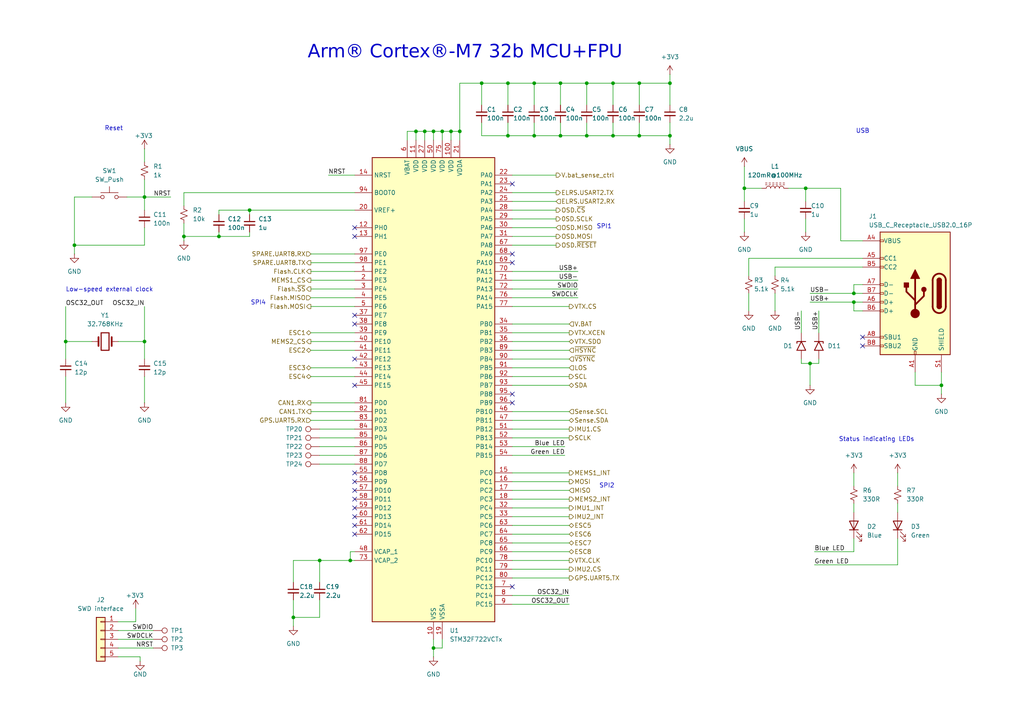
<source format=kicad_sch>
(kicad_sch (version 20250114) (generator "eeschema") (generator_version "9.0")
  (paper "A4")
  (lib_symbols
    (symbol "Connector:TestPoint" (pin_numbers (hide yes)) (pin_names (offset 0.762) (hide yes))
      (property "Reference" "TP" (at 0 6.858 0))
      (property "Value" "TestPoint" (at 0 5.08 0))
      (symbol "TestPoint_1_1"
        (pin passive line (at 0 0 90) (length 2.54) (name "1") (number "1"))
      )
    )
    (symbol "Connector:USB_C_Receptacle_USB2.0_16P" (pin_names (offset 1.016))
      (property "Reference" "J1" (at -11.43 1.2701 0))
      (property "Value" "USB_C_Receptacle_USB2.0_16P" (at -11.43 -1.2699 0))
      (symbol "USB_C_Receptacle_USB2.0_16P_1_1"
        (pin passive line (at -7.62 -22.86 90) (length 5.08) (name "SHIELD") (number "S1"))
        (pin passive line (at 0 -22.86 90) (length 5.08) (name "GND") (number "A1"))
        (pin passive line (at 0 -22.86 90) (length 5.08) (hide yes) (name "GND") (number "B1"))
        (pin passive line (at 15.24 15.24 180) (length 5.08) (name "VBUS") (number "A4"))
        (pin passive line (at 15.24 15.24 180) (length 5.08) (hide yes) (name "VBUS") (number "B4"))
        (pin bidirectional line (at 15.24 10.16 180) (length 5.08) (name "CC1") (number "A5"))
        (pin bidirectional line (at 15.24 7.62 180) (length 5.08) (name "CC2") (number "B5"))
        (pin bidirectional line (at 15.24 2.54 180) (length 5.08) (name "D-") (number "A7"))
        (pin bidirectional line (at 15.24 0 180) (length 5.08) (name "D-") (number "B7"))
        (pin bidirectional line (at 15.24 -2.54 180) (length 5.08) (name "D+") (number "A6"))
        (pin bidirectional line (at 15.24 -5.08 180) (length 5.08) (name "D+") (number "B6"))
        (pin bidirectional line (at 15.24 -12.7 180) (length 5.08) (name "SBU1") (number "A8"))
        (pin bidirectional line (at 15.24 -15.24 180) (length 5.08) (name "SBU2") (number "B8"))
      )
    )
    (symbol "Connector_Generic:Conn_01x05" (pin_names (offset 1.016) (hide yes))
      (property "Reference" "J" (at 0 7.62 0))
      (property "Value" "Conn_01x05" (at 0 -7.62 0))
      (symbol "Conn_01x05_1_1"
        (pin passive line (at -5.08 5.08 0) (length 3.81) (name "Pin_1") (number "1"))
        (pin passive line (at -5.08 2.54 0) (length 3.81) (name "Pin_2") (number "2"))
        (pin passive line (at -5.08 0 0) (length 3.81) (name "Pin_3") (number "3"))
        (pin passive line (at -5.08 -2.54 0) (length 3.81) (name "Pin_4") (number "4"))
        (pin passive line (at -5.08 -5.08 0) (length 3.81) (name "Pin_5") (number "5"))
      )
    )
    (symbol "Device:C_Small" (pin_numbers (hide yes)) (pin_names (offset 0.254) (hide yes))
      (property "Reference" "C" (at 0.254 1.778 0))
      (property "Value" "C_Small" (at 0.254 -2.032 0))
      (symbol "C_Small_1_1"
        (pin passive line (at 0 2.54 270) (length 2.032) (name "~") (number "1"))
        (pin passive line (at 0 -2.54 90) (length 2.032) (name "~") (number "2"))
      )
    )
    (symbol "Device:Crystal" (pin_numbers (hide yes)) (pin_names (offset 1.016) (hide yes))
      (property "Reference" "Y" (at 0 3.81 0))
      (property "Value" "Crystal" (at 0 -3.81 0))
      (symbol "Crystal_1_1"
        (pin passive line (at -3.81 0 0) (length 1.27) (name "1") (number "1"))
        (pin passive line (at 3.81 0 180) (length 1.27) (name "2") (number "2"))
      )
    )
    (symbol "Device:LED" (pin_numbers (hide yes)) (pin_names (offset 1.016) (hide yes))
      (property "Reference" "D" (at 0 2.54 0))
      (property "Value" "LED" (at 0 -2.54 0))
      (symbol "LED_1_1"
        (pin passive line (at -3.81 0 0) (length 2.54) (name "K") (number "1"))
        (pin passive line (at 3.81 0 180) (length 2.54) (name "A") (number "2"))
      )
    )
    (symbol "Device:L_Ferrite" (pin_numbers (hide yes)) (pin_names (offset 1.016) (hide yes))
      (property "Reference" "L" (at -1.27 0 90))
      (property "Value" "L_Ferrite" (at 2.794 0 90))
      (symbol "L_Ferrite_1_1"
        (pin passive line (at 0 3.81 270) (length 1.27) (name "1") (number "1"))
        (pin passive line (at 0 -3.81 90) (length 1.27) (name "2") (number "2"))
      )
    )
    (symbol "Device:R_Small_US" (pin_numbers (hide yes)) (pin_names (offset 0.254) (hide yes))
      (property "Reference" "R" (at 0.762 0.508 0))
      (property "Value" "R_Small_US" (at 0.762 -1.016 0))
      (symbol "R_Small_US_1_1"
        (pin passive line (at 0 2.54 270) (length 1.016) (name "~") (number "1"))
        (pin passive line (at 0 -2.54 90) (length 1.016) (name "~") (number "2"))
      )
    )
    (symbol "Diode:SMAJ78A" (pin_numbers (hide yes)) (pin_names (offset 1.016) (hide yes))
      (property "Reference" "D" (at 0 2.54 0))
      (property "Value" "SMAJ78A" (at 0 -2.54 0))
      (symbol "SMAJ78A_1_1"
        (pin passive line (at -3.81 0 0) (length 2.54) (name "A1") (number "1"))
        (pin passive line (at 3.81 0 180) (length 2.54) (name "A2") (number "2"))
      )
    )
    (symbol "MCU_ST_STM32F7:STM32F722VCTx"
      (property "Reference" "U" (at -17.78 69.85 0))
      (property "Value" "STM32F722VCTx" (at 10.16 69.85 0))
      (symbol "STM32F722VCTx_1_1"
        (pin input line (at -22.86 63.5 0) (length 5.08) (name "NRST") (number "14"))
        (pin input line (at -22.86 58.42 0) (length 5.08) (name "BOOT0") (number "94"))
        (pin input line (at -22.86 53.34 0) (length 5.08) (name "VREF+") (number "20"))
        (pin bidirectional line (at -22.86 48.26 0) (length 5.08) (name "PH0") (number "12"))
        (pin bidirectional line (at -22.86 45.72 0) (length 5.08) (name "PH1") (number "13"))
        (pin bidirectional line (at -22.86 40.64 0) (length 5.08) (name "PE0") (number "97"))
        (pin bidirectional line (at -22.86 38.1 0) (length 5.08) (name "PE1") (number "98"))
        (pin bidirectional line (at -22.86 35.56 0) (length 5.08) (name "PE2") (number "1"))
        (pin bidirectional line (at -22.86 33.02 0) (length 5.08) (name "PE3") (number "2"))
        (pin bidirectional line (at -22.86 30.48 0) (length 5.08) (name "PE4") (number "3"))
        (pin bidirectional line (at -22.86 27.94 0) (length 5.08) (name "PE5") (number "4"))
        (pin bidirectional line (at -22.86 25.4 0) (length 5.08) (name "PE6") (number "5"))
        (pin bidirectional line (at -22.86 22.86 0) (length 5.08) (name "PE7") (number "37"))
        (pin bidirectional line (at -22.86 20.32 0) (length 5.08) (name "PE8") (number "38"))
        (pin bidirectional line (at -22.86 17.78 0) (length 5.08) (name "PE9") (number "39"))
        (pin bidirectional line (at -22.86 15.24 0) (length 5.08) (name "PE10") (number "40"))
        (pin bidirectional line (at -22.86 12.7 0) (length 5.08) (name "PE11") (number "41"))
        (pin bidirectional line (at -22.86 10.16 0) (length 5.08) (name "PE12") (number "42"))
        (pin bidirectional line (at -22.86 7.62 0) (length 5.08) (name "PE13") (number "43"))
        (pin bidirectional line (at -22.86 5.08 0) (length 5.08) (name "PE14") (number "44"))
        (pin bidirectional line (at -22.86 2.54 0) (length 5.08) (name "PE15") (number "45"))
        (pin bidirectional line (at -22.86 -2.54 0) (length 5.08) (name "PD0") (number "81"))
        (pin bidirectional line (at -22.86 -5.08 0) (length 5.08) (name "PD1") (number "82"))
        (pin bidirectional line (at -22.86 -7.62 0) (length 5.08) (name "PD2") (number "83"))
        (pin bidirectional line (at -22.86 -10.16 0) (length 5.08) (name "PD3") (number "84"))
        (pin bidirectional line (at -22.86 -12.7 0) (length 5.08) (name "PD4") (number "85"))
        (pin bidirectional line (at -22.86 -15.24 0) (length 5.08) (name "PD5") (number "86"))
        (pin bidirectional line (at -22.86 -17.78 0) (length 5.08) (name "PD6") (number "87"))
        (pin bidirectional line (at -22.86 -20.32 0) (length 5.08) (name "PD7") (number "88"))
        (pin bidirectional line (at -22.86 -22.86 0) (length 5.08) (name "PD8") (number "55"))
        (pin bidirectional line (at -22.86 -25.4 0) (length 5.08) (name "PD9") (number "56"))
        (pin bidirectional line (at -22.86 -27.94 0) (length 5.08) (name "PD10") (number "57"))
        (pin bidirectional line (at -22.86 -30.48 0) (length 5.08) (name "PD11") (number "58"))
        (pin bidirectional line (at -22.86 -33.02 0) (length 5.08) (name "PD12") (number "59"))
        (pin bidirectional line (at -22.86 -35.56 0) (length 5.08) (name "PD13") (number "60"))
        (pin bidirectional line (at -22.86 -38.1 0) (length 5.08) (name "PD14") (number "61"))
        (pin bidirectional line (at -22.86 -40.64 0) (length 5.08) (name "PD15") (number "62"))
        (pin power_out line (at -22.86 -45.72 0) (length 5.08) (name "VCAP_1") (number "48"))
        (pin power_out line (at -22.86 -48.26 0) (length 5.08) (name "VCAP_2") (number "73"))
        (pin power_in line (at -7.62 73.66 270) (length 5.08) (name "VBAT") (number "6"))
        (pin power_in line (at -5.08 73.66 270) (length 5.08) (name "VDD") (number "11"))
        (pin power_in line (at -2.54 73.66 270) (length 5.08) (name "VDD") (number "27"))
        (pin power_in line (at 0 73.66 270) (length 5.08) (name "VDD") (number "50"))
        (pin power_in line (at 0 -71.12 90) (length 5.08) (name "VSS") (number "10"))
        (pin passive line (at 0 -71.12 90) (length 5.08) (hide yes) (name "VSS") (number "26"))
        (pin passive line (at 0 -71.12 90) (length 5.08) (hide yes) (name "VSS") (number "49"))
        (pin passive line (at 0 -71.12 90) (length 5.08) (hide yes) (name "VSS") (number "74"))
        (pin passive line (at 0 -71.12 90) (length 5.08) (hide yes) (name "VSS") (number "99"))
        (pin power_in line (at 2.54 73.66 270) (length 5.08) (name "VDD") (number "75"))
        (pin power_in line (at 2.54 -71.12 90) (length 5.08) (name "VSSA") (number "19"))
        (pin power_in line (at 5.08 73.66 270) (length 5.08) (name "VDD") (number "100"))
        (pin power_in line (at 7.62 73.66 270) (length 5.08) (name "VDDA") (number "21"))
        (pin bidirectional line (at 22.86 63.5 180) (length 5.08) (name "PA0") (number "22"))
        (pin bidirectional line (at 22.86 60.96 180) (length 5.08) (name "PA1") (number "23"))
        (pin bidirectional line (at 22.86 58.42 180) (length 5.08) (name "PA2") (number "24"))
        (pin bidirectional line (at 22.86 55.88 180) (length 5.08) (name "PA3") (number "25"))
        (pin bidirectional line (at 22.86 53.34 180) (length 5.08) (name "PA4") (number "28"))
        (pin bidirectional line (at 22.86 50.8 180) (length 5.08) (name "PA5") (number "29"))
        (pin bidirectional line (at 22.86 48.26 180) (length 5.08) (name "PA6") (number "30"))
        (pin bidirectional line (at 22.86 45.72 180) (length 5.08) (name "PA7") (number "31"))
        (pin bidirectional line (at 22.86 43.18 180) (length 5.08) (name "PA8") (number "67"))
        (pin bidirectional line (at 22.86 40.64 180) (length 5.08) (name "PA9") (number "68"))
        (pin bidirectional line (at 22.86 38.1 180) (length 5.08) (name "PA10") (number "69"))
        (pin bidirectional line (at 22.86 35.56 180) (length 5.08) (name "PA11") (number "70"))
        (pin bidirectional line (at 22.86 33.02 180) (length 5.08) (name "PA12") (number "71"))
        (pin bidirectional line (at 22.86 30.48 180) (length 5.08) (name "PA13") (number "72"))
        (pin bidirectional line (at 22.86 27.94 180) (length 5.08) (name "PA14") (number "76"))
        (pin bidirectional line (at 22.86 25.4 180) (length 5.08) (name "PA15") (number "77"))
        (pin bidirectional line (at 22.86 20.32 180) (length 5.08) (name "PB0") (number "34"))
        (pin bidirectional line (at 22.86 17.78 180) (length 5.08) (name "PB1") (number "35"))
        (pin bidirectional line (at 22.86 15.24 180) (length 5.08) (name "PB2") (number "36"))
        (pin bidirectional line (at 22.86 12.7 180) (length 5.08) (name "PB3") (number "89"))
        (pin bidirectional line (at 22.86 10.16 180) (length 5.08) (name "PB4") (number "90"))
        (pin bidirectional line (at 22.86 7.62 180) (length 5.08) (name "PB5") (number "91"))
        (pin bidirectional line (at 22.86 5.08 180) (length 5.08) (name "PB6") (number "92"))
        (pin bidirectional line (at 22.86 2.54 180) (length 5.08) (name "PB7") (number "93"))
        (pin bidirectional line (at 22.86 0 180) (length 5.08) (name "PB8") (number "95"))
        (pin bidirectional line (at 22.86 -2.54 180) (length 5.08) (name "PB9") (number "96"))
        (pin bidirectional line (at 22.86 -5.08 180) (length 5.08) (name "PB10") (number "46"))
        (pin bidirectional line (at 22.86 -7.62 180) (length 5.08) (name "PB11") (number "47"))
        (pin bidirectional line (at 22.86 -10.16 180) (length 5.08) (name "PB12") (number "51"))
        (pin bidirectional line (at 22.86 -12.7 180) (length 5.08) (name "PB13") (number "52"))
        (pin bidirectional line (at 22.86 -15.24 180) (length 5.08) (name "PB14") (number "53"))
        (pin bidirectional line (at 22.86 -17.78 180) (length 5.08) (name "PB15") (number "54"))
        (pin bidirectional line (at 22.86 -22.86 180) (length 5.08) (name "PC0") (number "15"))
        (pin bidirectional line (at 22.86 -25.4 180) (length 5.08) (name "PC1") (number "16"))
        (pin bidirectional line (at 22.86 -27.94 180) (length 5.08) (name "PC2") (number "17"))
        (pin bidirectional line (at 22.86 -30.48 180) (length 5.08) (name "PC3") (number "18"))
        (pin bidirectional line (at 22.86 -33.02 180) (length 5.08) (name "PC4") (number "32"))
        (pin bidirectional line (at 22.86 -35.56 180) (length 5.08) (name "PC5") (number "33"))
        (pin bidirectional line (at 22.86 -38.1 180) (length 5.08) (name "PC6") (number "63"))
        (pin bidirectional line (at 22.86 -40.64 180) (length 5.08) (name "PC7") (number "64"))
        (pin bidirectional line (at 22.86 -43.18 180) (length 5.08) (name "PC8") (number "65"))
        (pin bidirectional line (at 22.86 -45.72 180) (length 5.08) (name "PC9") (number "66"))
        (pin bidirectional line (at 22.86 -48.26 180) (length 5.08) (name "PC10") (number "78"))
        (pin bidirectional line (at 22.86 -50.8 180) (length 5.08) (name "PC11") (number "79"))
        (pin bidirectional line (at 22.86 -53.34 180) (length 5.08) (name "PC12") (number "80"))
        (pin bidirectional line (at 22.86 -55.88 180) (length 5.08) (name "PC13") (number "7"))
        (pin bidirectional line (at 22.86 -58.42 180) (length 5.08) (name "PC14") (number "8"))
        (pin bidirectional line (at 22.86 -60.96 180) (length 5.08) (name "PC15") (number "9"))
      )
    )
    (symbol "Switch:SW_Push" (pin_numbers (hide yes)) (pin_names (offset 1.016) (hide yes))
      (property "Reference" "SW" (at 1.27 2.54 0))
      (property "Value" "SW_Push" (at 0 -1.524 0))
      (symbol "SW_Push_0_1"
        (pin passive line (at -5.08 0 0) (length 2.54) (name "1") (number "1"))
        (pin passive line (at 5.08 0 180) (length 2.54) (name "2") (number "2"))
      )
    )
    (symbol "power:+3V3" (power) (pin_numbers (hide yes)) (pin_names (offset 0) (hide yes))
      (property "Value" "+3V3" (at 0 3.556 0))
      (symbol "+3V3_1_1"
        (pin power_in line (at 0 0 90) (length 0) (name "~") (number "1"))
      )
    )
    (symbol "power:GND" (power) (pin_numbers (hide yes)) (pin_names (offset 0) (hide yes))
      (property "Value" "GND" (at 0 -3.81 0))
      (symbol "GND_1_1"
        (pin power_in line (at 0 0 270) (length 0) (name "~") (number "1"))
      )
    )
    (symbol "power:VBUS" (power) (pin_numbers (hide yes)) (pin_names (offset 0) (hide yes))
      (property "Value" "VBUS" (at 0 3.556 0))
      (symbol "VBUS_1_1"
        (pin power_in line (at 0 0 90) (length 0) (name "~") (number "1"))
      )
    )
  )
  (text "Arm® Cortex®-M7 32b MCU+FPU" (at 134.874 16.256 0) (effects (font (size 3.81 3.81))))
  (text "SPI2" (at 176.022 140.97 0) (effects (font (size 1.27 1.27))))
  (text "Status indicating LEDs" (at 254.254 127.508 0) (effects (font (size 1.27 1.27))))
  (text "SPI1" (at 175.26 65.786 0) (effects (font (size 1.27 1.27))))
  (text "USB " (at 250.698 38.1 0) (effects (font (size 1.27 1.27))))
  (text "Low-speed external clock" (at 31.75 84.074 0) (effects (font (size 1.27 1.27))))
  (text "SPI4" (at 74.93 87.884 0) (effects (font (size 1.27 1.27))))
  (text "Reset" (at 33.02 37.338 0) (effects (font (size 1.27 1.27))))
  (junction (at 147.32 39.37))
  (junction (at 147.32 24.13))
  (junction (at 273.05 111.76))
  (junction (at 170.18 24.13))
  (junction (at 162.56 39.37))
  (junction (at 185.42 39.37))
  (junction (at 53.34 68.58))
  (junction (at 72.39 60.96))
  (junction (at 101.6 162.56))
  (junction (at 41.91 99.06))
  (junction (at 247.65 85.09))
  (junction (at 234.95 105.41))
  (junction (at 133.35 38.1))
  (junction (at 154.94 24.13))
  (junction (at 130.81 38.1))
  (junction (at 154.94 39.37))
  (junction (at 125.73 187.96))
  (junction (at 125.73 38.1))
  (junction (at 177.8 24.13))
  (junction (at 128.27 38.1))
  (junction (at 63.5 68.58))
  (junction (at 247.65 87.63))
  (junction (at 185.42 24.13))
  (junction (at 194.31 24.13))
  (junction (at 215.9 54.61))
  (junction (at 21.59 71.12))
  (junction (at 41.91 57.15))
  (junction (at 85.09 179.07))
  (junction (at 123.19 38.1))
  (junction (at 92.71 162.56))
  (junction (at 120.65 38.1))
  (junction (at 170.18 39.37))
  (junction (at 162.56 24.13))
  (junction (at 19.05 99.06))
  (junction (at 194.31 39.37))
  (junction (at 139.7 24.13))
  (junction (at 233.68 54.61))
  (junction (at 177.8 39.37))
  (no_connect (at 102.87 142.24))
  (no_connect (at 102.87 139.7))
  (no_connect (at 102.87 93.98))
  (no_connect (at 102.87 152.4))
  (no_connect (at 148.59 170.18))
  (no_connect (at 102.87 66.04))
  (no_connect (at 148.59 76.2))
  (no_connect (at 102.87 154.94))
  (no_connect (at 148.59 116.84))
  (no_connect (at 148.59 73.66))
  (no_connect (at 102.87 91.44))
  (no_connect (at 250.19 100.33))
  (no_connect (at 102.87 104.14))
  (no_connect (at 148.59 114.3))
  (no_connect (at 102.87 144.78))
  (no_connect (at 102.87 149.86))
  (no_connect (at 148.59 53.34))
  (no_connect (at 102.87 68.58))
  (no_connect (at 250.19 97.79))
  (no_connect (at 102.87 147.32))
  (no_connect (at 102.87 111.76))
  (no_connect (at 102.87 137.16))
  (wire (pts (xy 177.8 39.37) (xy 185.42 39.37)))
  (wire (pts (xy 177.8 35.56) (xy 177.8 39.37)))
  (wire (pts (xy 170.18 39.37) (xy 177.8 39.37)))
  (wire (pts (xy 21.59 57.15) (xy 26.67 57.15)))
  (wire (pts (xy 147.32 24.13) (xy 147.32 30.48)))
  (wire (pts (xy 39.37 180.34) (xy 34.29 180.34)))
  (wire (pts (xy 85.09 168.91) (xy 85.09 162.56)))
  (wire (pts (xy 154.94 35.56) (xy 154.94 39.37)))
  (wire (pts (xy 36.83 57.15) (xy 41.91 57.15)))
  (wire (pts (xy 120.65 38.1) (xy 123.19 38.1)))
  (wire (pts (xy 148.59 111.76) (xy 165.1 111.76)))
  (wire (pts (xy 265.43 111.76) (xy 273.05 111.76)))
  (wire (pts (xy 185.42 39.37) (xy 194.31 39.37)))
  (wire (pts (xy 260.35 140.97) (xy 260.35 137.16)))
  (wire (pts (xy 185.42 24.13) (xy 185.42 30.48)))
  (wire (pts (xy 194.31 24.13) (xy 194.31 30.48)))
  (wire (pts (xy 154.94 39.37) (xy 162.56 39.37)))
  (wire (pts (xy 234.95 85.09) (xy 247.65 85.09)))
  (wire (pts (xy 90.17 109.22) (xy 102.87 109.22)))
  (wire (pts (xy 147.32 35.56) (xy 147.32 39.37)))
  (wire (pts (xy 194.31 39.37) (xy 194.31 41.91)))
  (wire (pts (xy 90.17 106.68) (xy 102.87 106.68)))
  (wire (pts (xy 21.59 71.12) (xy 21.59 57.15)))
  (wire (pts (xy 247.65 82.55) (xy 247.65 85.09)))
  (wire (pts (xy 224.79 77.47) (xy 250.19 77.47)))
  (wire (pts (xy 148.59 109.22) (xy 165.1 109.22)))
  (wire (pts (xy 41.91 99.06) (xy 41.91 104.14)))
  (wire (pts (xy 165.1 154.94) (xy 148.59 154.94)))
  (wire (pts (xy 154.94 24.13) (xy 154.94 30.48)))
  (wire (pts (xy 217.17 85.09) (xy 217.17 90.17)))
  (wire (pts (xy 85.09 162.56) (xy 92.71 162.56)))
  (wire (pts (xy 41.91 43.18) (xy 41.91 46.99)))
  (wire (pts (xy 139.7 24.13) (xy 139.7 30.48)))
  (wire (pts (xy 41.91 71.12) (xy 21.59 71.12)))
  (wire (pts (xy 260.35 148.59) (xy 260.35 146.05)))
  (wire (pts (xy 148.59 165.1) (xy 165.1 165.1)))
  (wire (pts (xy 92.71 124.46) (xy 102.87 124.46)))
  (wire (pts (xy 102.87 160.02) (xy 101.6 160.02)))
  (wire (pts (xy 233.68 54.61) (xy 228.6 54.61)))
  (wire (pts (xy 148.59 86.36) (xy 167.64 86.36)))
  (wire (pts (xy 224.79 80.01) (xy 224.79 77.47)))
  (wire (pts (xy 233.68 63.5) (xy 233.68 67.31)))
  (wire (pts (xy 250.19 74.93) (xy 217.17 74.93)))
  (wire (pts (xy 148.59 127) (xy 165.1 127)))
  (wire (pts (xy 34.29 187.96) (xy 44.45 187.96)))
  (wire (pts (xy 162.56 39.37) (xy 170.18 39.37)))
  (wire (pts (xy 148.59 71.12) (xy 161.29 71.12)))
  (wire (pts (xy 247.65 85.09) (xy 250.19 85.09)))
  (wire (pts (xy 92.71 162.56) (xy 101.6 162.56)))
  (wire (pts (xy 40.64 191.77) (xy 40.64 190.5)))
  (wire (pts (xy 41.91 66.04) (xy 41.91 71.12)))
  (wire (pts (xy 19.05 88.9) (xy 19.05 99.06)))
  (wire (pts (xy 101.6 160.02) (xy 101.6 162.56)))
  (wire (pts (xy 120.65 38.1) (xy 120.65 40.64)))
  (wire (pts (xy 41.91 57.15) (xy 41.91 60.96)))
  (wire (pts (xy 148.59 63.5) (xy 161.29 63.5)))
  (wire (pts (xy 139.7 24.13) (xy 147.32 24.13)))
  (wire (pts (xy 170.18 24.13) (xy 177.8 24.13)))
  (wire (pts (xy 72.39 68.58) (xy 63.5 68.58)))
  (wire (pts (xy 148.59 139.7) (xy 165.1 139.7)))
  (wire (pts (xy 53.34 68.58) (xy 53.34 69.85)))
  (wire (pts (xy 90.17 99.06) (xy 102.87 99.06)))
  (wire (pts (xy 194.31 35.56) (xy 194.31 39.37)))
  (wire (pts (xy 232.41 104.14) (xy 232.41 105.41)))
  (wire (pts (xy 234.95 87.63) (xy 247.65 87.63)))
  (wire (pts (xy 21.59 73.66) (xy 21.59 71.12)))
  (wire (pts (xy 90.17 73.66) (xy 102.87 73.66)))
  (wire (pts (xy 250.19 82.55) (xy 247.65 82.55)))
  (wire (pts (xy 130.81 38.1) (xy 130.81 40.64)))
  (wire (pts (xy 92.71 162.56) (xy 92.71 168.91)))
  (wire (pts (xy 162.56 35.56) (xy 162.56 39.37)))
  (wire (pts (xy 72.39 67.31) (xy 72.39 68.58)))
  (wire (pts (xy 90.17 83.82) (xy 102.87 83.82)))
  (wire (pts (xy 185.42 24.13) (xy 194.31 24.13)))
  (wire (pts (xy 133.35 38.1) (xy 133.35 40.64)))
  (wire (pts (xy 63.5 60.96) (xy 72.39 60.96)))
  (wire (pts (xy 162.56 24.13) (xy 162.56 30.48)))
  (wire (pts (xy 170.18 35.56) (xy 170.18 39.37)))
  (wire (pts (xy 148.59 167.64) (xy 165.1 167.64)))
  (wire (pts (xy 90.17 96.52) (xy 102.87 96.52)))
  (wire (pts (xy 243.84 69.85) (xy 250.19 69.85)))
  (wire (pts (xy 133.35 38.1) (xy 133.35 24.13)))
  (wire (pts (xy 19.05 99.06) (xy 19.05 104.14)))
  (wire (pts (xy 185.42 35.56) (xy 185.42 39.37)))
  (wire (pts (xy 265.43 107.95) (xy 265.43 111.76)))
  (wire (pts (xy 148.59 60.96) (xy 161.29 60.96)))
  (wire (pts (xy 165.1 160.02) (xy 148.59 160.02)))
  (wire (pts (xy 273.05 111.76) (xy 273.05 114.3)))
  (wire (pts (xy 148.59 149.86) (xy 165.1 149.86)))
  (wire (pts (xy 148.59 93.98) (xy 165.1 93.98)))
  (wire (pts (xy 90.17 101.6) (xy 102.87 101.6)))
  (wire (pts (xy 34.29 99.06) (xy 41.91 99.06)))
  (wire (pts (xy 243.84 54.61) (xy 233.68 54.61)))
  (wire (pts (xy 95.25 50.8) (xy 102.87 50.8)))
  (wire (pts (xy 148.59 119.38) (xy 165.1 119.38)))
  (wire (pts (xy 34.29 182.88) (xy 44.45 182.88)))
  (wire (pts (xy 92.71 173.99) (xy 92.71 179.07)))
  (wire (pts (xy 162.56 24.13) (xy 170.18 24.13)))
  (wire (pts (xy 148.59 172.72) (xy 165.1 172.72)))
  (wire (pts (xy 118.11 38.1) (xy 120.65 38.1)))
  (wire (pts (xy 250.19 90.17) (xy 247.65 90.17)))
  (wire (pts (xy 165.1 157.48) (xy 148.59 157.48)))
  (wire (pts (xy 53.34 59.69) (xy 53.34 55.88)))
  (wire (pts (xy 232.41 90.17) (xy 232.41 96.52)))
  (wire (pts (xy 19.05 109.22) (xy 19.05 116.84)))
  (wire (pts (xy 92.71 129.54) (xy 102.87 129.54)))
  (wire (pts (xy 148.59 99.06) (xy 165.1 99.06)))
  (wire (pts (xy 247.65 156.21) (xy 247.65 160.02)))
  (wire (pts (xy 236.22 163.83) (xy 260.35 163.83)))
  (wire (pts (xy 72.39 60.96) (xy 102.87 60.96)))
  (wire (pts (xy 233.68 54.61) (xy 233.68 58.42)))
  (wire (pts (xy 147.32 39.37) (xy 154.94 39.37)))
  (wire (pts (xy 123.19 38.1) (xy 123.19 40.64)))
  (wire (pts (xy 170.18 24.13) (xy 170.18 30.48)))
  (wire (pts (xy 34.29 190.5) (xy 40.64 190.5)))
  (wire (pts (xy 237.49 90.17) (xy 237.49 96.52)))
  (wire (pts (xy 128.27 185.42) (xy 128.27 187.96)))
  (wire (pts (xy 41.91 52.07) (xy 41.91 57.15)))
  (wire (pts (xy 215.9 54.61) (xy 215.9 58.42)))
  (wire (pts (xy 90.17 121.92) (xy 102.87 121.92)))
  (wire (pts (xy 148.59 121.92) (xy 165.1 121.92)))
  (wire (pts (xy 63.5 67.31) (xy 63.5 68.58)))
  (wire (pts (xy 224.79 90.17) (xy 224.79 85.09)))
  (wire (pts (xy 41.91 109.22) (xy 41.91 116.84)))
  (wire (pts (xy 92.71 134.62) (xy 102.87 134.62)))
  (wire (pts (xy 139.7 39.37) (xy 147.32 39.37)))
  (wire (pts (xy 72.39 60.96) (xy 72.39 62.23)))
  (wire (pts (xy 148.59 129.54) (xy 163.83 129.54)))
  (wire (pts (xy 53.34 64.77) (xy 53.34 68.58)))
  (wire (pts (xy 148.59 142.24) (xy 165.1 142.24)))
  (wire (pts (xy 247.65 146.05) (xy 247.65 148.59)))
  (wire (pts (xy 148.59 55.88) (xy 161.29 55.88)))
  (wire (pts (xy 154.94 24.13) (xy 162.56 24.13)))
  (wire (pts (xy 19.05 99.06) (xy 26.67 99.06)))
  (wire (pts (xy 101.6 162.56) (xy 102.87 162.56)))
  (wire (pts (xy 148.59 132.08) (xy 163.83 132.08)))
  (wire (pts (xy 130.81 38.1) (xy 133.35 38.1)))
  (wire (pts (xy 165.1 152.4) (xy 148.59 152.4)))
  (wire (pts (xy 63.5 68.58) (xy 53.34 68.58)))
  (wire (pts (xy 194.31 21.59) (xy 194.31 24.13)))
  (wire (pts (xy 39.37 176.53) (xy 39.37 180.34)))
  (wire (pts (xy 125.73 38.1) (xy 128.27 38.1)))
  (wire (pts (xy 85.09 181.61) (xy 85.09 179.07)))
  (wire (pts (xy 53.34 55.88) (xy 102.87 55.88)))
  (wire (pts (xy 247.65 90.17) (xy 247.65 87.63)))
  (wire (pts (xy 41.91 88.9) (xy 41.91 99.06)))
  (wire (pts (xy 92.71 132.08) (xy 102.87 132.08)))
  (wire (pts (xy 148.59 162.56) (xy 165.1 162.56)))
  (wire (pts (xy 237.49 105.41) (xy 234.95 105.41)))
  (wire (pts (xy 123.19 38.1) (xy 125.73 38.1)))
  (wire (pts (xy 128.27 187.96) (xy 125.73 187.96)))
  (wire (pts (xy 148.59 96.52) (xy 165.1 96.52)))
  (wire (pts (xy 177.8 24.13) (xy 185.42 24.13)))
  (wire (pts (xy 234.95 105.41) (xy 234.95 111.76)))
  (wire (pts (xy 260.35 163.83) (xy 260.35 156.21)))
  (wire (pts (xy 217.17 74.93) (xy 217.17 80.01)))
  (wire (pts (xy 34.29 185.42) (xy 44.45 185.42)))
  (wire (pts (xy 247.65 87.63) (xy 250.19 87.63)))
  (wire (pts (xy 273.05 107.95) (xy 273.05 111.76)))
  (wire (pts (xy 118.11 38.1) (xy 118.11 40.64)))
  (wire (pts (xy 90.17 86.36) (xy 102.87 86.36)))
  (wire (pts (xy 148.59 104.14) (xy 165.1 104.14)))
  (wire (pts (xy 90.17 88.9) (xy 102.87 88.9)))
  (wire (pts (xy 237.49 104.14) (xy 237.49 105.41)))
  (wire (pts (xy 165.1 137.16) (xy 148.59 137.16)))
  (wire (pts (xy 215.9 63.5) (xy 215.9 67.31)))
  (wire (pts (xy 243.84 69.85) (xy 243.84 54.61)))
  (wire (pts (xy 148.59 147.32) (xy 165.1 147.32)))
  (wire (pts (xy 41.91 57.15) (xy 49.53 57.15)))
  (wire (pts (xy 148.59 83.82) (xy 167.64 83.82)))
  (wire (pts (xy 165.1 88.9) (xy 148.59 88.9)))
  (wire (pts (xy 125.73 187.96) (xy 125.73 190.5)))
  (wire (pts (xy 148.59 78.74) (xy 167.64 78.74)))
  (wire (pts (xy 92.71 127) (xy 102.87 127)))
  (wire (pts (xy 147.32 24.13) (xy 154.94 24.13)))
  (wire (pts (xy 148.59 68.58) (xy 161.29 68.58)))
  (wire (pts (xy 85.09 179.07) (xy 85.09 173.99)))
  (wire (pts (xy 177.8 24.13) (xy 177.8 30.48)))
  (wire (pts (xy 165.1 144.78) (xy 148.59 144.78)))
  (wire (pts (xy 125.73 38.1) (xy 125.73 40.64)))
  (wire (pts (xy 161.29 50.8) (xy 148.59 50.8)))
  (wire (pts (xy 148.59 66.04) (xy 161.29 66.04)))
  (wire (pts (xy 90.17 78.74) (xy 102.87 78.74)))
  (wire (pts (xy 247.65 160.02) (xy 236.22 160.02)))
  (wire (pts (xy 215.9 48.26) (xy 215.9 54.61)))
  (wire (pts (xy 128.27 38.1) (xy 128.27 40.64)))
  (wire (pts (xy 90.17 119.38) (xy 102.87 119.38)))
  (wire (pts (xy 85.09 179.07) (xy 92.71 179.07)))
  (wire (pts (xy 148.59 81.28) (xy 167.64 81.28)))
  (wire (pts (xy 133.35 24.13) (xy 139.7 24.13)))
  (wire (pts (xy 232.41 105.41) (xy 234.95 105.41)))
  (wire (pts (xy 148.59 106.68) (xy 165.1 106.68)))
  (wire (pts (xy 148.59 58.42) (xy 161.29 58.42)))
  (wire (pts (xy 247.65 137.16) (xy 247.65 140.97)))
  (wire (pts (xy 63.5 62.23) (xy 63.5 60.96)))
  (wire (pts (xy 139.7 35.56) (xy 139.7 39.37)))
  (wire (pts (xy 90.17 76.2) (xy 102.87 76.2)))
  (wire (pts (xy 165.1 124.46) (xy 148.59 124.46)))
  (wire (pts (xy 148.59 101.6) (xy 165.1 101.6)))
  (wire (pts (xy 220.98 54.61) (xy 215.9 54.61)))
  (wire (pts (xy 90.17 81.28) (xy 102.87 81.28)))
  (wire (pts (xy 125.73 185.42) (xy 125.73 187.96)))
  (wire (pts (xy 128.27 38.1) (xy 130.81 38.1)))
  (wire (pts (xy 90.17 116.84) (xy 102.87 116.84)))
  (wire (pts (xy 148.59 175.26) (xy 165.1 175.26)))
  (label "Blue LED" (at 236.22 160.02 0))
  (label "SWDIO" (at 44.45 182.88 180))
  (label "SWDIO" (at 167.64 83.82 180))
  (label "OSC32_IN" (at 41.91 88.9 180))
  (label "NRST" (at 49.53 57.15 180))
  (label "USB-" (at 234.95 85.09 0))
  (label "Green LED" (at 236.22 163.83 0))
  (label "Green LED" (at 163.83 132.08 180))
  (label "USB+" (at 234.95 87.63 0))
  (label "USB+" (at 237.49 90.17 270))
  (label "Blue LED" (at 163.83 129.54 180))
  (label "USB+" (at 167.64 78.74 180))
  (label "OSC32_OUT" (at 165.1 175.26 180))
  (label "OSC32_OUT" (at 19.05 88.9 0))
  (label "SWDCLK" (at 167.64 86.36 180))
  (label "USB-" (at 232.41 90.17 270))
  (label "OSC32_IN" (at 165.1 172.72 180))
  (label "NRST" (at 44.45 187.96 180))
  (label "USB-" (at 167.64 81.28 180))
  (label "NRST" (at 95.25 50.8 0))
  (label "SWDCLK" (at 44.45 185.42 180))
  (hierarchical_label "LOS" (shape input) (at 165.1 106.68 0))
  (hierarchical_label "SPARE.UART8.RX" (shape input) (at 90.17 73.66 180))
  (hierarchical_label "0SD.SCLK" (shape output) (at 161.29 63.5 0))
  (hierarchical_label "MISO" (shape input) (at 165.1 142.24 0))
  (hierarchical_label "ESC2" (shape bidirectional) (at 90.17 101.6 180))
  (hierarchical_label "ESC1" (shape bidirectional) (at 90.17 96.52 180))
  (hierarchical_label "GPS.UART5.TX" (shape output) (at 165.1 167.64 0))
  (hierarchical_label "Sense.SDA" (shape bidirectional) (at 165.1 121.92 0))
  (hierarchical_label "CAN1.TX" (shape output) (at 90.17 119.38 180))
  (hierarchical_label "ESC6" (shape bidirectional) (at 165.1 154.94 0))
  (hierarchical_label "VTX.XCEN" (shape output) (at 165.1 96.52 0))
  (hierarchical_label "MEMS1_CS" (shape output) (at 90.17 81.28 180))
  (hierarchical_label "VTX.CS" (shape output) (at 165.1 88.9 0))
  (hierarchical_label "IMU2.CS" (shape output) (at 165.1 165.1 0))
  (hierarchical_label "SCLK" (shape output) (at 165.1 127 0))
  (hierarchical_label "ESC7" (shape bidirectional) (at 165.1 157.48 0))
  (hierarchical_label "SCL" (shape output) (at 165.1 109.22 0))
  (hierarchical_label "IMU1_INT" (shape output) (at 165.1 147.32 0))
  (hierarchical_label "ESC8" (shape bidirectional) (at 165.1 160.02 0))
  (hierarchical_label "Flash.MOSI" (shape output) (at 90.17 88.9 180))
  (hierarchical_label "Flash.MISO" (shape input) (at 90.17 86.36 180))
  (hierarchical_label "OSD.~{CS}" (shape output) (at 161.29 60.96 0))
  (hierarchical_label "Flash.CLK" (shape output) (at 90.17 78.74 180))
  (hierarchical_label "VTX.CLK" (shape output) (at 165.1 162.56 0))
  (hierarchical_label "ELRS.USART2.TX" (shape output) (at 161.29 55.88 0))
  (hierarchical_label "SDA" (shape bidirectional) (at 165.1 111.76 0))
  (hierarchical_label "OSD.MISO" (shape input) (at 161.29 66.04 0))
  (hierarchical_label "ESC4" (shape bidirectional) (at 90.17 109.22 180))
  (hierarchical_label "V.BAT" (shape input) (at 165.1 93.98 0))
  (hierarchical_label "MEMS1_INT" (shape output) (at 165.1 137.16 0))
  (hierarchical_label "MOSI" (shape output) (at 165.1 139.7 0))
  (hierarchical_label "IMU2_INT" (shape output) (at 165.1 149.86 0))
  (hierarchical_label "Flash.~{SS}" (shape output) (at 90.17 83.82 180))
  (hierarchical_label "IMU1.CS" (shape output) (at 165.1 124.46 0))
  (hierarchical_label "V.bat_sense_ctrl" (shape output) (at 161.29 50.8 0))
  (hierarchical_label "SPARE.UART8.TX" (shape output) (at 90.17 76.2 180))
  (hierarchical_label "GPS.UART5.RX" (shape input) (at 90.17 121.92 180))
  (hierarchical_label "~{HSYNC}" (shape input) (at 165.1 101.6 0))
  (hierarchical_label "OSD.~{RESET}" (shape output) (at 161.29 71.12 0))
  (hierarchical_label "CAN1.RX" (shape output) (at 90.17 116.84 180))
  (hierarchical_label "MEMS2_INT" (shape output) (at 165.1 144.78 0))
  (hierarchical_label "Sense.SCL" (shape input) (at 165.1 119.38 0))
  (hierarchical_label "~{VSYNC}" (shape input) (at 165.1 104.14 0))
  (hierarchical_label "MEMS2_CS" (shape output) (at 90.17 99.06 180))
  (hierarchical_label "ESC3" (shape bidirectional) (at 90.17 106.68 180))
  (hierarchical_label "VTX.SDO" (shape bidirectional) (at 165.1 99.06 0))
  (hierarchical_label "ELRS.USART2.RX" (shape input) (at 161.29 58.42 0))
  (hierarchical_label "OSD.MOSI" (shape output) (at 161.29 68.58 0))
  (hierarchical_label "ESC5" (shape bidirectional) (at 165.1 152.4 0))
  (symbol (lib_id "Connector_Generic:Conn_01x05") (at 29.21 185.42 0) (mirror y) (unit 1)
    (property "Reference" "J2" (at 29.21 173.99 0))
    (property "Value" "SWD interface" (at 29.21 176.53 0))
    (property "Footprint" "Connector_PinHeader_2.00mm:PinHeader_1x05_P2.00mm_Vertical" (effects (hide yes)))
    (property "Description" "Generic connector, single row, 01x05, script generated (kicad-library-utils/schlib/autogen/connector/)" (effects (hide yes)))
  )
  (symbol (lib_id "Connector:USB_C_Receptacle_USB2.0_16P") (at 265.43 85.09 0) (mirror y) (unit 1)
    (property "Reference" "J1" (at 251.968 62.738 0) (effects (justify right)))
    (property "Value" "USB_C_Receptacle_USB2.0_16P" (at 251.968 65.278 0) (effects (justify right)))
    (property "Footprint" "greencharge-footprints:GCT_USB4216-03-A_REVA" (effects (hide yes)))
    (property "Datasheet" "https://www.usb.org/sites/default/files/documents/usb_type-c.zip" (effects (hide yes)))
    (property "Description" "USB 2.0-only 16P Type-C Receptacle connector" (effects (hide yes)))
  )
  (symbol (lib_id "Device:R_Small_US") (at 41.91 49.53 0) (unit 1)
    (property "Reference" "R1" (at 44.45 48.2599 0) (effects (justify left)))
    (property "Value" "1k" (at 44.45 50.7999 0) (effects (justify left)))
    (property "Footprint" "Resistor_SMD:R_0402_1005Metric" (effects (hide yes)))
    (property "Description" "Resistor, small US symbol" (effects (hide yes)))
  )
  (symbol (lib_id "Device:LED") (at 260.35 152.4 90) (unit 1)
    (property "Reference" "D3" (at 264.16 152.7174 90) (effects (justify right)))
    (property "Value" "Green" (at 264.16 155.2574 90) (effects (justify right)))
    (property "Footprint" "LED_SMD:LED_0402_1005Metric" (effects (hide yes)))
    (property "Description" "Light emitting diode" (effects (hide yes)))
    (property "Sim.Pins" "1=K 2=A" (effects (hide yes)))
  )
  (symbol (lib_id "power:GND") (at 21.59 73.66 0) (unit 1)
    (property "Reference" "#PWR010" (effects (hide yes)))
    (property "Value" "GND" (at 21.59 78.74 0))
    (property "Description" "Power symbol creates a global label with name \"GND\" , ground" (effects (hide yes)))
  )
  (symbol (lib_id "Switch:SW_Push") (at 31.75 57.15 0) (unit 1)
    (property "Reference" "SW1" (at 31.75 49.53 0))
    (property "Value" "SW_Push" (at 31.75 52.07 0))
    (property "Footprint" "greencharge-footprints:SW_SKRPACE010" (effects (hide yes)))
    (property "Description" "Push button switch, generic, two pins" (effects (hide yes)))
  )
  (symbol (lib_id "power:GND") (at 224.79 90.17 0) (unit 1)
    (property "Reference" "#PWR012" (effects (hide yes)))
    (property "Value" "GND" (at 224.79 95.25 0))
    (property "Description" "Power symbol creates a global label with name \"GND\" , ground" (effects (hide yes)))
  )
  (symbol (lib_id "Device:C_Small") (at 147.32 33.02 0) (unit 1)
    (property "Reference" "C2" (at 148.844 31.75 0) (effects (justify left)))
    (property "Value" "100n" (at 148.844 34.29 0) (effects (justify left)))
    (property "Footprint" "Capacitor_SMD:C_0402_1005Metric" (effects (hide yes)))
    (property "Description" "Unpolarized capacitor, small symbol" (effects (hide yes)))
  )
  (symbol (lib_id "Device:R_Small_US") (at 53.34 62.23 0) (unit 1)
    (property "Reference" "R2" (at 55.88 60.9599 0) (effects (justify left)))
    (property "Value" "10k" (at 55.88 63.4999 0) (effects (justify left)))
    (property "Footprint" "Resistor_SMD:R_0402_1005Metric" (effects (hide yes)))
    (property "Description" "Resistor, small US symbol" (effects (hide yes)))
  )
  (symbol (lib_id "Device:C_Small") (at 177.8 33.02 0) (unit 1)
    (property "Reference" "C6" (at 179.324 31.75 0) (effects (justify left)))
    (property "Value" "100n" (at 179.324 34.29 0) (effects (justify left)))
    (property "Footprint" "Capacitor_SMD:C_0402_1005Metric" (effects (hide yes)))
    (property "Description" "Unpolarized capacitor, small symbol" (effects (hide yes)))
  )
  (symbol (lib_id "power:+3V3") (at 260.35 137.16 0) (unit 1)
    (property "Reference" "#PWR019" (effects (hide yes)))
    (property "Value" "+3V3" (at 260.35 132.08 0))
    (property "Description" "Power symbol creates a global label with name \"+3V3\"" (effects (hide yes)))
  )
  (symbol (lib_id "Device:C_Small") (at 63.5 64.77 0) (unit 1)
    (property "Reference" "C12" (at 66.04 63.5062 0) (effects (justify left)))
    (property "Value" "100n" (at 66.04 66.0462 0) (effects (justify left)))
    (property "Footprint" "Capacitor_SMD:C_0402_1005Metric" (effects (hide yes)))
    (property "Description" "Unpolarized capacitor, small symbol" (effects (hide yes)))
  )
  (symbol (lib_id "Device:C_Small") (at 233.68 60.96 0) (unit 1)
    (property "Reference" "C10" (at 235.204 59.69 0) (effects (justify left)))
    (property "Value" "1u" (at 235.204 62.23 0) (effects (justify left)))
    (property "Footprint" "Capacitor_SMD:C_0402_1005Metric" (effects (hide yes)))
    (property "Description" "Unpolarized capacitor, small symbol" (effects (hide yes)))
  )
  (symbol (lib_id "power:GND") (at 40.64 191.77 0) (unit 1)
    (property "Reference" "#PWR026" (effects (hide yes)))
    (property "Value" "GND" (at 40.64 195.58 0))
    (property "Description" "Power symbol creates a global label with name \"GND\" , ground" (effects (hide yes)))
  )
  (symbol (lib_id "Diode:SMAJ78A") (at 237.49 100.33 270) (unit 1)
    (property "Reference" "D11" (at 240.03 100.3299 90) (effects (justify left)))
    (property "Value" "D1213A-01LP4-7B" (effects (hide yes)))
    (property "Footprint" "Diode_SMD:D_0402_1005Metric" (effects (hide yes)))
    (property "Datasheet" "https://www.diodes.com/assets/Datasheets/D1213A-01LP4.pdf" (effects (hide yes)))
    (property "Description" "TVS DIODE 3.3VWM 10VC X2DFN10062" (effects (hide yes)))
  )
  (symbol (lib_id "Device:R_Small_US") (at 247.65 143.51 0) (unit 1)
    (property "Reference" "R6" (at 250.19 142.2399 0) (effects (justify left)))
    (property "Value" "330R" (at 250.19 144.7799 0) (effects (justify left)))
    (property "Footprint" "Resistor_SMD:R_0402_1005Metric" (effects (hide yes)))
    (property "Description" "Resistor, small US symbol" (effects (hide yes)))
  )
  (symbol (lib_id "power:GND") (at 194.31 41.91 0) (unit 1)
    (property "Reference" "#PWR04" (effects (hide yes)))
    (property "Value" "GND" (at 194.31 46.99 0))
    (property "Description" "Power symbol creates a global label with name \"GND\" , ground" (effects (hide yes)))
  )
  (symbol (lib_id "power:GND") (at 41.91 116.84 0) (unit 1)
    (property "Reference" "#PWR016" (effects (hide yes)))
    (property "Value" "GND" (at 41.91 121.92 0))
    (property "Description" "Power symbol creates a global label with name \"GND\" , ground" (effects (hide yes)))
  )
  (symbol (lib_id "Connector:TestPoint") (at 44.45 187.96 270) (unit 1)
    (property "Reference" "TP3" (at 49.53 187.9599 90) (effects (justify left)))
    (property "Value" "TestPoint" (effects (hide yes)))
    (property "Footprint" "TestPoint:TestPoint_Pad_D1.0mm" (effects (hide yes)))
    (property "Description" "test point" (effects (hide yes)))
  )
  (symbol (lib_id "Device:C_Small") (at 72.39 64.77 0) (unit 1)
    (property "Reference" "C13" (at 74.93 63.5062 0) (effects (justify left)))
    (property "Value" "1u" (at 74.93 66.0462 0) (effects (justify left)))
    (property "Footprint" "Capacitor_SMD:C_0402_1005Metric" (effects (hide yes)))
    (property "Description" "Unpolarized capacitor, small symbol" (effects (hide yes)))
  )
  (symbol (lib_id "Device:C_Small") (at 41.91 106.68 0) (unit 1)
    (property "Reference" "C15" (at 44.45 105.4162 0) (effects (justify left)))
    (property "Value" "12p" (at 44.45 107.9562 0) (effects (justify left)))
    (property "Footprint" "Capacitor_SMD:C_0402_1005Metric" (effects (hide yes)))
    (property "Description" "Unpolarized capacitor, small symbol" (effects (hide yes)))
  )
  (symbol (lib_id "Device:C_Small") (at 19.05 106.68 0) (unit 1)
    (property "Reference" "C14" (at 21.59 105.4162 0) (effects (justify left)))
    (property "Value" "12p" (at 21.59 107.9562 0) (effects (justify left)))
    (property "Footprint" "Capacitor_SMD:C_0402_1005Metric" (effects (hide yes)))
    (property "Description" "Unpolarized capacitor, small symbol" (effects (hide yes)))
  )
  (symbol (lib_id "Device:C_Small") (at 92.71 171.45 0) (unit 1)
    (property "Reference" "C19" (at 94.488 170.18 0) (effects (justify left)))
    (property "Value" "2.2u" (at 94.488 172.72 0) (effects (justify left)))
    (property "Footprint" "Capacitor_SMD:C_0402_1005Metric" (effects (hide yes)))
    (property "Description" "Unpolarized capacitor, small symbol" (effects (hide yes)))
  )
  (symbol (lib_id "Device:R_Small_US") (at 260.35 143.51 0) (unit 1)
    (property "Reference" "R7" (at 262.89 142.2399 0) (effects (justify left)))
    (property "Value" "330R" (at 262.89 144.7799 0) (effects (justify left)))
    (property "Footprint" "Resistor_SMD:R_0402_1005Metric" (effects (hide yes)))
    (property "Description" "Resistor, small US symbol" (effects (hide yes)))
  )
  (symbol (lib_id "power:GND") (at 53.34 69.85 0) (unit 1)
    (property "Reference" "#PWR09" (effects (hide yes)))
    (property "Value" "GND" (at 53.34 74.93 0))
    (property "Description" "Power symbol creates a global label with name \"GND\" , ground" (effects (hide yes)))
  )
  (symbol (lib_id "Connector:TestPoint") (at 44.45 182.88 270) (unit 1)
    (property "Reference" "TP1" (at 49.53 182.8799 90) (effects (justify left)))
    (property "Value" "TestPoint" (effects (hide yes)))
    (property "Footprint" "TestPoint:TestPoint_Pad_D1.0mm" (effects (hide yes)))
    (property "Description" "test point" (effects (hide yes)))
  )
  (symbol (lib_id "Device:C_Small") (at 215.9 60.96 0) (unit 1)
    (property "Reference" "C9" (at 217.424 59.69 0) (effects (justify left)))
    (property "Value" "1u" (at 217.424 62.23 0) (effects (justify left)))
    (property "Footprint" "Capacitor_SMD:C_0402_1005Metric" (effects (hide yes)))
    (property "Description" "Unpolarized capacitor, small symbol" (effects (hide yes)))
  )
  (symbol (lib_id "Connector:TestPoint") (at 92.71 129.54 90) (unit 1)
    (property "Reference" "TP22" (at 85.344 129.54 90))
    (property "Value" "TestPoint" (effects (hide yes)))
    (property "Footprint" "TestPoint:TestPoint_Pad_D1.0mm" (effects (hide yes)))
    (property "Description" "test point" (effects (hide yes)))
  )
  (symbol (lib_id "Connector:TestPoint") (at 44.45 185.42 270) (unit 1)
    (property "Reference" "TP2" (at 49.53 185.4199 90) (effects (justify left)))
    (property "Value" "TestPoint" (effects (hide yes)))
    (property "Footprint" "TestPoint:TestPoint_Pad_D1.0mm" (effects (hide yes)))
    (property "Description" "test point" (effects (hide yes)))
  )
  (symbol (lib_id "Device:C_Small") (at 194.31 33.02 0) (unit 1)
    (property "Reference" "C8" (at 196.85 31.7562 0) (effects (justify left)))
    (property "Value" "2.2u" (at 196.85 34.2962 0) (effects (justify left)))
    (property "Footprint" "Capacitor_SMD:C_0402_1005Metric" (effects (hide yes)))
    (property "Description" "Unpolarized capacitor, small symbol" (effects (hide yes)))
  )
  (symbol (lib_id "power:GND") (at 125.73 190.5 0) (unit 1)
    (property "Reference" "#PWR025" (effects (hide yes)))
    (property "Value" "GND" (at 125.73 195.58 0))
    (property "Description" "Power symbol creates a global label with name \"GND\" , ground" (effects (hide yes)))
  )
  (symbol (lib_id "MCU_ST_STM32F7:STM32F722VCTx") (at 125.73 114.3 0) (unit 1)
    (property "Reference" "U1" (at 130.4133 182.88 0) (effects (justify left)))
    (property "Value" "STM32F722VCTx" (at 130.4133 185.42 0) (effects (justify left)))
    (property "Footprint" "Package_QFP:LQFP-100_14x14mm_P0.5mm" (effects (hide yes)))
    (property "Datasheet" "https://www.st.com/resource/en/datasheet/stm32f722vc.pdf" (effects (hide yes)))
    (property "Description" "STMicroelectronics Arm Cortex-M7 MCU, 256KB flash, 256KB RAM, 216 MHz, 1.7-3.6V, 82 GPIO, LQFP100" (effects (hide yes)))
  )
  (symbol (lib_id "power:GND") (at 234.95 111.76 0) (unit 1)
    (property "Reference" "#PWR013" (effects (hide yes)))
    (property "Value" "GND" (at 234.95 116.84 0))
    (property "Description" "Power symbol creates a global label with name \"GND\" , ground" (effects (hide yes)))
  )
  (symbol (lib_id "Device:Crystal") (at 30.48 99.06 0) (unit 1)
    (property "Reference" "Y1" (at 30.48 91.44 0))
    (property "Value" "32.768KHz" (at 30.48 93.98 0))
    (property "Footprint" "Crystal:Crystal_SMD_3215-2Pin_3.2x1.5mm" (effects (hide yes)))
    (property "Description" "Two pin crystal" (effects (hide yes)))
    (property "Field5" "SXTF3215R32768D20F" (effects (hide yes)))
  )
  (symbol (lib_id "power:VBUS") (at 215.9 48.26 0) (unit 1)
    (property "Reference" "#PWR06" (effects (hide yes)))
    (property "Value" "VBUS" (at 215.9 43.18 0))
    (property "Description" "Power symbol creates a global label with name \"VBUS\"" (effects (hide yes)))
  )
  (symbol (lib_id "power:GND") (at 85.09 181.61 0) (unit 1)
    (property "Reference" "#PWR024" (effects (hide yes)))
    (property "Value" "GND" (at 85.09 186.69 0))
    (property "Description" "Power symbol creates a global label with name \"GND\" , ground" (effects (hide yes)))
  )
  (symbol (lib_id "Device:C_Small") (at 41.91 63.5 0) (unit 1)
    (property "Reference" "C11" (at 44.45 62.2362 0) (effects (justify left)))
    (property "Value" "100n" (at 44.45 64.7762 0) (effects (justify left)))
    (property "Footprint" "Capacitor_SMD:C_0402_1005Metric" (effects (hide yes)))
    (property "Description" "Unpolarized capacitor, small symbol" (effects (hide yes)))
  )
  (symbol (lib_id "power:+3V3") (at 39.37 176.53 0) (unit 1)
    (property "Reference" "#PWR023" (effects (hide yes)))
    (property "Value" "+3V3" (at 39.116 172.72 0))
    (property "Description" "Power symbol creates a global label with name \"+3V3\"" (effects (hide yes)))
  )
  (symbol (lib_id "Connector:TestPoint") (at 92.71 124.46 90) (unit 1)
    (property "Reference" "TP20" (at 85.344 124.46 90))
    (property "Value" "TestPoint" (effects (hide yes)))
    (property "Footprint" "TestPoint:TestPoint_Pad_D1.0mm" (effects (hide yes)))
    (property "Description" "test point" (effects (hide yes)))
  )
  (symbol (lib_id "Device:C_Small") (at 185.42 33.02 0) (unit 1)
    (property "Reference" "C7" (at 186.944 31.75 0) (effects (justify left)))
    (property "Value" "100n" (at 186.944 34.29 0) (effects (justify left)))
    (property "Footprint" "Capacitor_SMD:C_0402_1005Metric" (effects (hide yes)))
    (property "Description" "Unpolarized capacitor, small symbol" (effects (hide yes)))
  )
  (symbol (lib_id "Device:R_Small_US") (at 224.79 82.55 0) (unit 1)
    (property "Reference" "R4" (at 226.314 81.28 0) (effects (justify left)))
    (property "Value" "5.1k" (at 226.314 83.82 0) (effects (justify left)))
    (property "Footprint" "Resistor_SMD:R_0402_1005Metric" (effects (hide yes)))
    (property "Description" "Resistor, small US symbol" (effects (hide yes)))
  )
  (symbol (lib_id "Device:C_Small") (at 170.18 33.02 0) (unit 1)
    (property "Reference" "C5" (at 171.704 31.75 0) (effects (justify left)))
    (property "Value" "100n" (at 171.704 34.29 0) (effects (justify left)))
    (property "Footprint" "Capacitor_SMD:C_0402_1005Metric" (effects (hide yes)))
    (property "Description" "Unpolarized capacitor, small symbol" (effects (hide yes)))
  )
  (symbol (lib_id "power:GND") (at 19.05 116.84 0) (unit 1)
    (property "Reference" "#PWR015" (effects (hide yes)))
    (property "Value" "GND" (at 19.05 121.92 0))
    (property "Description" "Power symbol creates a global label with name \"GND\" , ground" (effects (hide yes)))
  )
  (symbol (lib_id "Device:L_Ferrite") (at 224.79 54.61 90) (unit 1)
    (property "Reference" "L1" (at 224.79 48.26 90))
    (property "Value" "120mR@100MHz" (at 224.79 50.8 90))
    (property "Footprint" "Inductor_SMD:L_0402_1005Metric" (effects (hide yes)))
    (property "Description" "Inductor with ferrite core" (effects (hide yes)))
  )
  (symbol (lib_id "Device:R_Small_US") (at 217.17 82.55 0) (unit 1)
    (property "Reference" "R3" (at 218.694 81.28 0) (effects (justify left)))
    (property "Value" "5.1k" (at 218.694 83.82 0) (effects (justify left)))
    (property "Footprint" "Resistor_SMD:R_0402_1005Metric" (effects (hide yes)))
    (property "Description" "Resistor, small US symbol" (effects (hide yes)))
  )
  (symbol (lib_id "Device:LED") (at 247.65 152.4 90) (unit 1)
    (property "Reference" "D2" (at 251.46 152.7174 90) (effects (justify right)))
    (property "Value" "Blue" (at 251.46 155.2574 90) (effects (justify right)))
    (property "Footprint" "LED_SMD:LED_0402_1005Metric" (effects (hide yes)))
    (property "Description" "Light emitting diode" (effects (hide yes)))
    (property "Sim.Pins" "1=K 2=A" (effects (hide yes)))
  )
  (symbol (lib_id "power:GND") (at 217.17 90.17 0) (unit 1)
    (property "Reference" "#PWR011" (effects (hide yes)))
    (property "Value" "GND" (at 217.17 95.25 0))
    (property "Description" "Power symbol creates a global label with name \"GND\" , ground" (effects (hide yes)))
  )
  (symbol (lib_id "Device:C_Small") (at 154.94 33.02 0) (unit 1)
    (property "Reference" "C3" (at 156.464 31.75 0) (effects (justify left)))
    (property "Value" "100n" (at 156.464 34.29 0) (effects (justify left)))
    (property "Footprint" "Capacitor_SMD:C_0402_1005Metric" (effects (hide yes)))
    (property "Description" "Unpolarized capacitor, small symbol" (effects (hide yes)))
  )
  (symbol (lib_id "power:+3V3") (at 247.65 137.16 0) (unit 1)
    (property "Reference" "#PWR018" (effects (hide yes)))
    (property "Value" "+3V3" (at 247.65 132.08 0))
    (property "Description" "Power symbol creates a global label with name \"+3V3\"" (effects (hide yes)))
  )
  (symbol (lib_id "power:GND") (at 233.68 67.31 0) (unit 1)
    (property "Reference" "#PWR08" (effects (hide yes)))
    (property "Value" "GND" (at 233.68 72.39 0))
    (property "Description" "Power symbol creates a global label with name \"GND\" , ground" (effects (hide yes)))
  )
  (symbol (lib_id "power:+3V3") (at 41.91 43.18 0) (unit 1)
    (property "Reference" "#PWR05" (effects (hide yes)))
    (property "Value" "+3V3" (at 41.656 39.37 0))
    (property "Description" "Power symbol creates a global label with name \"+3V3\"" (effects (hide yes)))
  )
  (symbol (lib_id "Connector:TestPoint") (at 92.71 132.08 90) (unit 1)
    (property "Reference" "TP23" (at 85.344 132.08 90))
    (property "Value" "TestPoint" (effects (hide yes)))
    (property "Footprint" "TestPoint:TestPoint_Pad_D1.0mm" (effects (hide yes)))
    (property "Description" "test point" (effects (hide yes)))
  )
  (symbol (lib_id "Device:C_Small") (at 162.56 33.02 0) (unit 1)
    (property "Reference" "C4" (at 164.084 31.75 0) (effects (justify left)))
    (property "Value" "100n" (at 164.084 34.29 0) (effects (justify left)))
    (property "Footprint" "Capacitor_SMD:C_0402_1005Metric" (effects (hide yes)))
    (property "Description" "Unpolarized capacitor, small symbol" (effects (hide yes)))
  )
  (symbol (lib_id "power:GND") (at 273.05 114.3 0) (unit 1)
    (property "Reference" "#PWR014" (effects (hide yes)))
    (property "Value" "GND" (at 273.05 119.38 0))
    (property "Description" "Power symbol creates a global label with name \"GND\" , ground" (effects (hide yes)))
  )
  (symbol (lib_id "Device:C_Small") (at 139.7 33.02 0) (unit 1)
    (property "Reference" "C1" (at 141.224 31.75 0) (effects (justify left)))
    (property "Value" "100n" (at 141.224 34.29 0) (effects (justify left)))
    (property "Footprint" "Capacitor_SMD:C_0402_1005Metric" (effects (hide yes)))
    (property "Description" "Unpolarized capacitor, small symbol" (effects (hide yes)))
  )
  (symbol (lib_id "power:+3V3") (at 194.31 21.59 0) (unit 1)
    (property "Reference" "#PWR03" (effects (hide yes)))
    (property "Value" "+3V3" (at 194.31 16.51 0))
    (property "Description" "Power symbol creates a global label with name \"+3V3\"" (effects (hide yes)))
  )
  (symbol (lib_id "Diode:SMAJ78A") (at 232.41 100.33 90) (mirror x) (unit 1)
    (property "Reference" "D1" (at 229.87 100.3299 90) (effects (justify left)))
    (property "Value" "D1213A-01LP4-7B" (effects (hide yes)))
    (property "Footprint" "Diode_SMD:D_0402_1005Metric" (effects (hide yes)))
    (property "Datasheet" "https://www.diodes.com/assets/Datasheets/D1213A-01LP4.pdf" (effects (hide yes)))
    (property "Description" "TVS DIODE 3.3VWM 10VC X2DFN10062" (effects (hide yes)))
  )
  (symbol (lib_id "Connector:TestPoint") (at 92.71 127 90) (unit 1)
    (property "Reference" "TP21" (at 85.344 127 90))
    (property "Value" "TestPoint" (effects (hide yes)))
    (property "Footprint" "TestPoint:TestPoint_Pad_D1.0mm" (effects (hide yes)))
    (property "Description" "test point" (effects (hide yes)))
  )
  (symbol (lib_id "power:GND") (at 215.9 67.31 0) (unit 1)
    (property "Reference" "#PWR07" (effects (hide yes)))
    (property "Value" "GND" (at 215.9 72.39 0))
    (property "Description" "Power symbol creates a global label with name \"GND\" , ground" (effects (hide yes)))
  )
  (symbol (lib_id "Connector:TestPoint") (at 92.71 134.62 90) (unit 1)
    (property "Reference" "TP24" (at 85.344 134.62 90))
    (property "Value" "TestPoint" (effects (hide yes)))
    (property "Footprint" "TestPoint:TestPoint_Pad_D1.0mm" (effects (hide yes)))
    (property "Description" "test point" (effects (hide yes)))
  )
  (symbol (lib_id "Device:C_Small") (at 85.09 171.45 0) (unit 1)
    (property "Reference" "C18" (at 86.868 170.18 0) (effects (justify left)))
    (property "Value" "2.2u" (at 86.868 172.72 0) (effects (justify left)))
    (property "Footprint" "Capacitor_SMD:C_0402_1005Metric" (effects (hide yes)))
    (property "Description" "Unpolarized capacitor, small symbol" (effects (hide yes)))
  )
)
</source>
